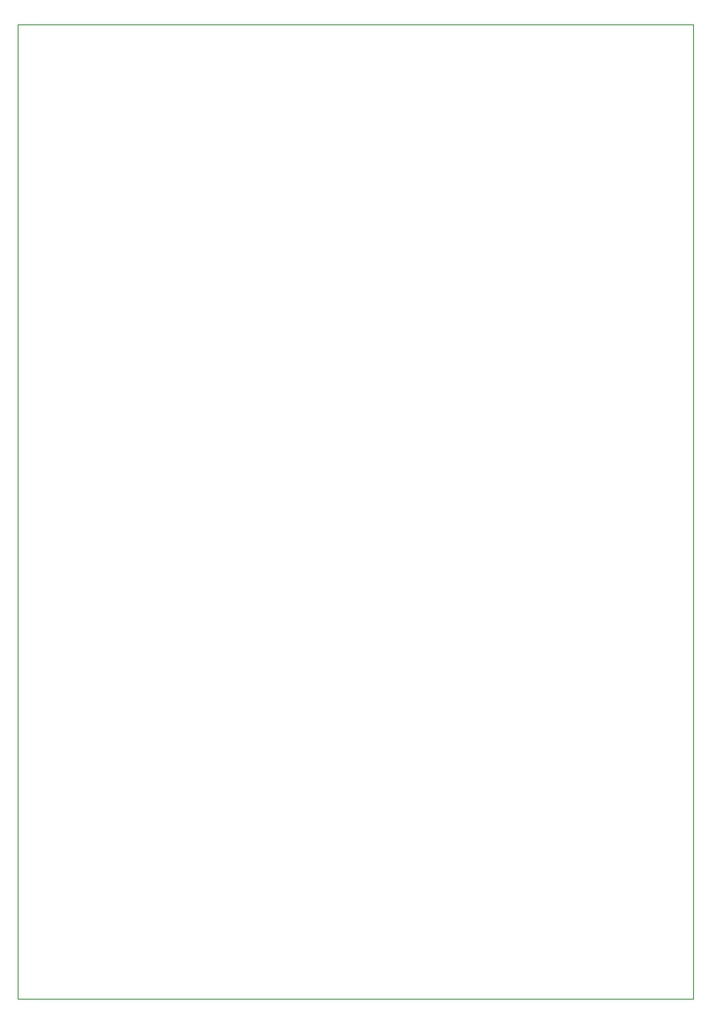
<source format=gm1>
G04 #@! TF.GenerationSoftware,KiCad,Pcbnew,(5.0.1-3-g963ef8bb5)*
G04 #@! TF.CreationDate,2018-12-12T19:15:58+01:00*
G04 #@! TF.ProjectId,kim-uno-rev1,6B696D2D756E6F2D726576312E6B6963,1*
G04 #@! TF.SameCoordinates,Original*
G04 #@! TF.FileFunction,Profile,NP*
%FSLAX46Y46*%
G04 Gerber Fmt 4.6, Leading zero omitted, Abs format (unit mm)*
G04 Created by KiCad (PCBNEW (5.0.1-3-g963ef8bb5)) date Wednesday, 12 December 2018 at 19:15:58*
%MOMM*%
%LPD*%
G01*
G04 APERTURE LIST*
%ADD10C,0.100000*%
G04 APERTURE END LIST*
D10*
X108900000Y-139900000D02*
X108900000Y-41900000D01*
X176900000Y-139900000D02*
X108900000Y-139900000D01*
X176900000Y-41900000D02*
X176900000Y-139900000D01*
X108900000Y-41900000D02*
X176900000Y-41900000D01*
M02*

</source>
